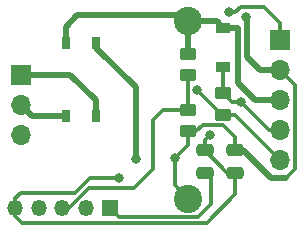
<source format=gtl>
G04 #@! TF.GenerationSoftware,KiCad,Pcbnew,(6.0.11)*
G04 #@! TF.CreationDate,2023-03-09T13:47:02+01:00*
G04 #@! TF.ProjectId,PCB_Dongle_Linky,5043425f-446f-46e6-976c-655f4c696e6b,rev?*
G04 #@! TF.SameCoordinates,Original*
G04 #@! TF.FileFunction,Copper,L1,Top*
G04 #@! TF.FilePolarity,Positive*
%FSLAX46Y46*%
G04 Gerber Fmt 4.6, Leading zero omitted, Abs format (unit mm)*
G04 Created by KiCad (PCBNEW (6.0.11)) date 2023-03-09 13:47:02*
%MOMM*%
%LPD*%
G01*
G04 APERTURE LIST*
G04 Aperture macros list*
%AMRoundRect*
0 Rectangle with rounded corners*
0 $1 Rounding radius*
0 $2 $3 $4 $5 $6 $7 $8 $9 X,Y pos of 4 corners*
0 Add a 4 corners polygon primitive as box body*
4,1,4,$2,$3,$4,$5,$6,$7,$8,$9,$2,$3,0*
0 Add four circle primitives for the rounded corners*
1,1,$1+$1,$2,$3*
1,1,$1+$1,$4,$5*
1,1,$1+$1,$6,$7*
1,1,$1+$1,$8,$9*
0 Add four rect primitives between the rounded corners*
20,1,$1+$1,$2,$3,$4,$5,0*
20,1,$1+$1,$4,$5,$6,$7,0*
20,1,$1+$1,$6,$7,$8,$9,0*
20,1,$1+$1,$8,$9,$2,$3,0*%
G04 Aperture macros list end*
G04 #@! TA.AperFunction,SMDPad,CuDef*
%ADD10RoundRect,0.250000X-0.450000X0.262500X-0.450000X-0.262500X0.450000X-0.262500X0.450000X0.262500X0*%
G04 #@! TD*
G04 #@! TA.AperFunction,SMDPad,CuDef*
%ADD11RoundRect,0.250000X-0.475000X0.250000X-0.475000X-0.250000X0.475000X-0.250000X0.475000X0.250000X0*%
G04 #@! TD*
G04 #@! TA.AperFunction,ComponentPad*
%ADD12R,1.700000X1.700000*%
G04 #@! TD*
G04 #@! TA.AperFunction,ComponentPad*
%ADD13O,1.700000X1.700000*%
G04 #@! TD*
G04 #@! TA.AperFunction,ComponentPad*
%ADD14R,1.350000X1.350000*%
G04 #@! TD*
G04 #@! TA.AperFunction,ComponentPad*
%ADD15O,1.350000X1.350000*%
G04 #@! TD*
G04 #@! TA.AperFunction,SMDPad,CuDef*
%ADD16RoundRect,0.250000X0.475000X-0.250000X0.475000X0.250000X-0.475000X0.250000X-0.475000X-0.250000X0*%
G04 #@! TD*
G04 #@! TA.AperFunction,ComponentPad*
%ADD17C,2.400000*%
G04 #@! TD*
G04 #@! TA.AperFunction,SMDPad,CuDef*
%ADD18R,0.800000X1.000000*%
G04 #@! TD*
G04 #@! TA.AperFunction,SMDPad,CuDef*
%ADD19R,1.200000X0.900000*%
G04 #@! TD*
G04 #@! TA.AperFunction,ViaPad*
%ADD20C,0.800000*%
G04 #@! TD*
G04 #@! TA.AperFunction,Conductor*
%ADD21C,0.500000*%
G04 #@! TD*
G04 #@! TA.AperFunction,Conductor*
%ADD22C,0.300000*%
G04 #@! TD*
G04 APERTURE END LIST*
D10*
G04 #@! TO.P,R4,1*
G04 #@! TO.N,Net-(J1-Pad3)*
X35950000Y-90787500D03*
G04 #@! TO.P,R4,2*
G04 #@! TO.N,VCC*
X35950000Y-92612500D03*
G04 #@! TD*
D11*
G04 #@! TO.P,C2b0,1*
G04 #@! TO.N,VCC*
X39950000Y-94200000D03*
G04 #@! TO.P,C2b0,2*
G04 #@! TO.N,GND1*
X39950000Y-96100000D03*
G04 #@! TD*
D12*
G04 #@! TO.P,J0,1,Pin_1*
G04 #@! TO.N,A*
X21800000Y-87800000D03*
D13*
G04 #@! TO.P,J0,2,Pin_2*
G04 #@! TO.N,I1*
X21800000Y-90340000D03*
G04 #@! TO.P,J0,3,Pin_3*
G04 #@! TO.N,I2*
X21800000Y-92880000D03*
G04 #@! TD*
D14*
G04 #@! TO.P,J1,1,Pin_1*
G04 #@! TO.N,+3.3V*
X29350000Y-99100000D03*
D15*
G04 #@! TO.P,J1,2,Pin_2*
G04 #@! TO.N,Net-(J1-Pad2)*
X27350000Y-99100000D03*
G04 #@! TO.P,J1,3,Pin_3*
G04 #@! TO.N,Net-(J1-Pad3)*
X25350000Y-99100000D03*
G04 #@! TO.P,J1,4,Pin_4*
G04 #@! TO.N,GND*
X23350000Y-99100000D03*
G04 #@! TO.P,J1,5,Pin_5*
G04 #@! TO.N,GND1*
X21350000Y-99100000D03*
G04 #@! TD*
D12*
G04 #@! TO.P,J4,1,Pin_1*
G04 #@! TO.N,Net-(J4-Pad1)*
X43750000Y-84860000D03*
D13*
G04 #@! TO.P,J4,2,Pin_2*
G04 #@! TO.N,VCC*
X43750000Y-87400000D03*
G04 #@! TO.P,J4,3,Pin_3*
G04 #@! TO.N,GND*
X43750000Y-89940000D03*
G04 #@! TO.P,J4,4,Pin_4*
G04 #@! TO.N,Net-(DZ1-Pad1)*
X43750000Y-92480000D03*
G04 #@! TO.P,J4,5,Pin_5*
G04 #@! TO.N,Net-(J4-Pad5)*
X43750000Y-95020000D03*
G04 #@! TD*
D16*
G04 #@! TO.P,C2b1,1*
G04 #@! TO.N,+3.3V*
X37400000Y-96100000D03*
G04 #@! TO.P,C2b1,2*
G04 #@! TO.N,GND1*
X37400000Y-94200000D03*
G04 #@! TD*
D10*
G04 #@! TO.P,R5,1*
G04 #@! TO.N,GND*
X35950000Y-86037500D03*
G04 #@! TO.P,R5,2*
G04 #@! TO.N,Net-(J1-Pad3)*
X35950000Y-87862500D03*
G04 #@! TD*
D17*
G04 #@! TO.P,C1,1*
G04 #@! TO.N,VCC*
X36000000Y-98300000D03*
G04 #@! TO.P,C1,2*
G04 #@! TO.N,GND*
X36000000Y-83300000D03*
G04 #@! TD*
D10*
G04 #@! TO.P,R6,1*
G04 #@! TO.N,Net-(DZ1-Pad1)*
X38900000Y-89387500D03*
G04 #@! TO.P,R6,2*
G04 #@! TO.N,Net-(J4-Pad5)*
X38900000Y-91212500D03*
G04 #@! TD*
D18*
G04 #@! TO.P,D1,1*
G04 #@! TO.N,I1*
X25630000Y-91275000D03*
G04 #@! TO.P,D1,2*
G04 #@! TO.N,A*
X28170000Y-91275000D03*
G04 #@! TO.P,D1,3,+*
G04 #@! TO.N,VCC*
X28170000Y-85125000D03*
G04 #@! TO.P,D1,4,-*
G04 #@! TO.N,GND*
X25630000Y-85125000D03*
G04 #@! TD*
D19*
G04 #@! TO.P,DZ1,1,K*
G04 #@! TO.N,Net-(DZ1-Pad1)*
X38950000Y-87150000D03*
G04 #@! TO.P,DZ1,2,A*
G04 #@! TO.N,GND*
X38950000Y-83850000D03*
G04 #@! TD*
D20*
G04 #@! TO.N,VCC*
X31550000Y-94950000D03*
X40900000Y-82950000D03*
X34850500Y-94850000D03*
G04 #@! TO.N,Net-(DZ1-Pad1)*
X40500000Y-90150000D03*
G04 #@! TO.N,GND1*
X30100000Y-96550000D03*
X37850000Y-92900000D03*
G04 #@! TO.N,Net-(J4-Pad1)*
X39450000Y-82550000D03*
G04 #@! TO.N,Net-(J4-Pad5)*
X36750000Y-89100000D03*
G04 #@! TD*
D21*
G04 #@! TO.N,VCC*
X28170000Y-85520000D02*
X31550000Y-88900000D01*
X42050000Y-87400000D02*
X43750000Y-87400000D01*
X44250000Y-96600000D02*
X43000000Y-96600000D01*
X28170000Y-85125000D02*
X28170000Y-85520000D01*
D22*
X39950000Y-93050000D02*
X39950000Y-94200000D01*
X37250000Y-92050000D02*
X37275000Y-92075000D01*
X36687500Y-92612500D02*
X37250000Y-92050000D01*
X38975000Y-92075000D02*
X39950000Y-93050000D01*
X39950000Y-94200000D02*
X40300000Y-94200000D01*
X34850500Y-97150500D02*
X36000000Y-98300000D01*
X45050000Y-88700000D02*
X45050000Y-95800000D01*
X35950000Y-92612500D02*
X36687500Y-92612500D01*
X37275000Y-92075000D02*
X38975000Y-92075000D01*
D21*
X40900000Y-82950000D02*
X40950000Y-83000000D01*
X40950000Y-86300000D02*
X42050000Y-87400000D01*
D22*
X43750000Y-87400000D02*
X45050000Y-88700000D01*
D21*
X40600000Y-94200000D02*
X39950000Y-94200000D01*
X43000000Y-96600000D02*
X40600000Y-94200000D01*
X31550000Y-88900000D02*
X31550000Y-94950000D01*
D22*
X35950000Y-93750500D02*
X35950000Y-92612500D01*
X34850500Y-94850000D02*
X34850500Y-97150500D01*
X34850500Y-94850000D02*
X35950000Y-93750500D01*
D21*
X40950000Y-83000000D02*
X40950000Y-86300000D01*
D22*
X45050000Y-95800000D02*
X44250000Y-96600000D01*
D21*
G04 #@! TO.N,GND*
X25630000Y-83770000D02*
X26600000Y-82800000D01*
X36000000Y-85987500D02*
X35950000Y-86037500D01*
X38400000Y-83300000D02*
X38950000Y-83850000D01*
X40250000Y-88500000D02*
X41690000Y-89940000D01*
X41690000Y-89940000D02*
X43750000Y-89940000D01*
X36000000Y-83300000D02*
X36000000Y-85987500D01*
X38950000Y-83850000D02*
X40250000Y-83850000D01*
X35500000Y-82800000D02*
X36000000Y-83300000D01*
X40250000Y-83850000D02*
X40250000Y-88500000D01*
X36000000Y-83300000D02*
X38400000Y-83300000D01*
X26600000Y-82800000D02*
X35500000Y-82800000D01*
X25630000Y-85125000D02*
X25630000Y-83770000D01*
G04 #@! TO.N,A*
X21800000Y-87800000D02*
X26000000Y-87800000D01*
X28170000Y-89970000D02*
X28170000Y-91275000D01*
X26000000Y-87800000D02*
X28170000Y-89970000D01*
G04 #@! TO.N,I1*
X22735000Y-91275000D02*
X21800000Y-90340000D01*
X25630000Y-91275000D02*
X22735000Y-91275000D01*
D22*
G04 #@! TO.N,Net-(DZ1-Pad1)*
X40500000Y-90150000D02*
X39662500Y-90150000D01*
X42830000Y-92480000D02*
X43750000Y-92480000D01*
X38900000Y-87200000D02*
X38950000Y-87150000D01*
X40500000Y-90150000D02*
X42830000Y-92480000D01*
X38900000Y-89387500D02*
X38900000Y-87200000D01*
X39662500Y-90150000D02*
X38900000Y-89387500D01*
G04 #@! TO.N,+3.3V*
X37900000Y-96600000D02*
X37900000Y-98800000D01*
X36850000Y-99850000D02*
X30100000Y-99850000D01*
X37900000Y-98800000D02*
X36850000Y-99850000D01*
X37400000Y-96100000D02*
X37900000Y-96600000D01*
X30100000Y-99850000D02*
X29350000Y-99100000D01*
G04 #@! TO.N,GND1*
X37400000Y-93350000D02*
X37850000Y-92900000D01*
X21800000Y-97800000D02*
X21350000Y-98250000D01*
X39950000Y-96100000D02*
X39950000Y-97950000D01*
X37400000Y-94200000D02*
X37400000Y-93350000D01*
X21900000Y-100350000D02*
X21350000Y-99800000D01*
X39950000Y-97950000D02*
X37550000Y-100350000D01*
X30100000Y-96550000D02*
X27650000Y-96550000D01*
X21350000Y-99800000D02*
X21350000Y-99100000D01*
X37400000Y-94200000D02*
X39300000Y-96100000D01*
X21350000Y-98250000D02*
X21350000Y-99100000D01*
X37550000Y-100350000D02*
X21900000Y-100350000D01*
X39300000Y-96100000D02*
X39950000Y-96100000D01*
X26400000Y-97800000D02*
X21800000Y-97800000D01*
X27650000Y-96550000D02*
X26400000Y-97800000D01*
G04 #@! TO.N,Net-(J1-Pad3)*
X33000000Y-91650000D02*
X33862500Y-90787500D01*
X31400000Y-97400000D02*
X33000000Y-95800000D01*
X25900431Y-99100000D02*
X27600431Y-97400000D01*
X35950000Y-87862500D02*
X35950000Y-90787500D01*
X33862500Y-90787500D02*
X35950000Y-90787500D01*
X25350000Y-99100000D02*
X25900431Y-99100000D01*
X27600431Y-97400000D02*
X31400000Y-97400000D01*
X33000000Y-95800000D02*
X33000000Y-91650000D01*
G04 #@! TO.N,Net-(J4-Pad1)*
X42400000Y-82050000D02*
X43750000Y-83400000D01*
X39450000Y-82550000D02*
X40000000Y-82550000D01*
X40000000Y-82550000D02*
X40500000Y-82050000D01*
X40500000Y-82050000D02*
X42400000Y-82050000D01*
X43750000Y-83400000D02*
X43750000Y-84860000D01*
G04 #@! TO.N,Net-(J4-Pad5)*
X43750000Y-95020000D02*
X39942500Y-91212500D01*
X38900000Y-91212500D02*
X38862500Y-91212500D01*
X39942500Y-91212500D02*
X38900000Y-91212500D01*
X38862500Y-91212500D02*
X36750000Y-89100000D01*
G04 #@! TD*
M02*

</source>
